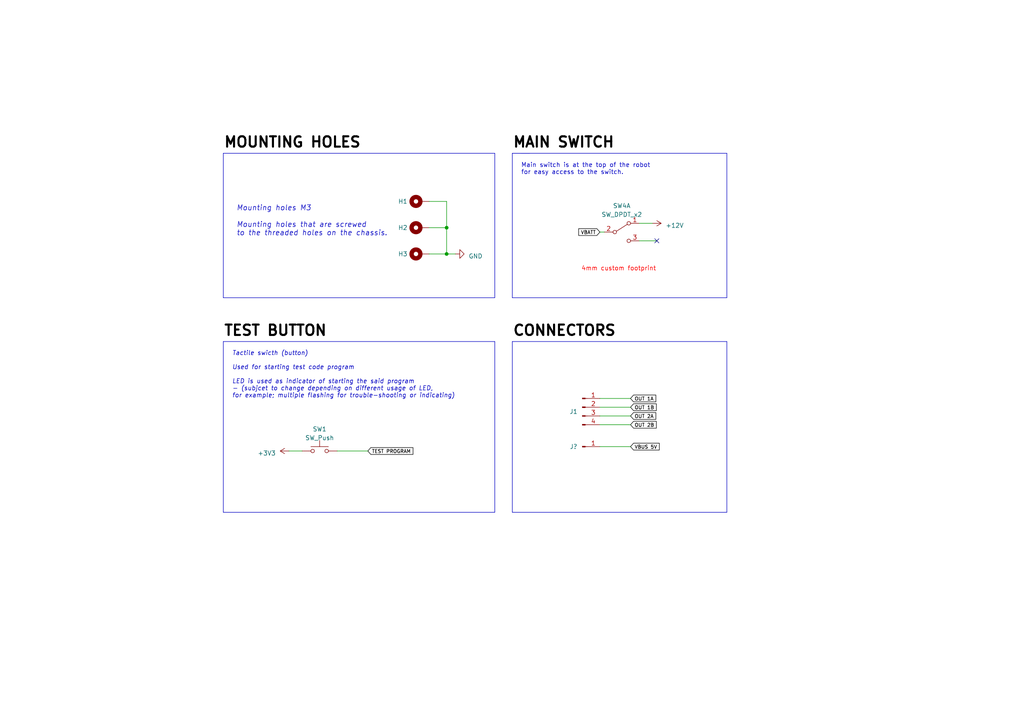
<source format=kicad_sch>
(kicad_sch (version 20230121) (generator eeschema)
  (paper "A4")
  (title_block (title "SUMEC SMD") (company "SPŠ NA PROSEKU"))
  (lib_symbols
    (symbol "Connector:Conn_01x01_Pin" (pin_names (offset 1.016) hide)
      (property "Reference" "J" (at 0 2.54 0))
      (property "Value" "Conn_01x01_Pin" (at 0 -2.54 0))
      (symbol "Conn_01x01_Pin_1_1"
        (polyline (pts (xy 1.27 0) (xy 0.8636 0)) (stroke (width 0.1524)))
        (rectangle (start 0.8636 0.127) (end 0 -0.127) (stroke (width 0.1524)) (fill (type outline)))
        (pin passive line (at 5.08 0 180) (length 3.81) (name "Pin_1") (number "1"))
      )
    )
    (symbol "Connector:Conn_01x04_Pin" (pin_names (offset 1.016) hide)
      (property "Reference" "J" (at 0 5.08 0))
      (property "Value" "Conn_01x04_Pin" (at 0 -7.62 0))
      (symbol "Conn_01x04_Pin_1_1"
        (polyline (pts (xy 1.27 -5.08) (xy 0.8636 -5.08)) (stroke (width 0.1524)))
        (polyline (pts (xy 1.27 -2.54) (xy 0.8636 -2.54)) (stroke (width 0.1524)))
        (polyline (pts (xy 1.27 0) (xy 0.8636 0)) (stroke (width 0.1524)))
        (polyline (pts (xy 1.27 2.54) (xy 0.8636 2.54)) (stroke (width 0.1524)))
        (rectangle (start 0.8636 -4.953) (end 0 -5.207) (stroke (width 0.1524)) (fill (type outline)))
        (rectangle (start 0.8636 -2.413) (end 0 -2.667) (stroke (width 0.1524)) (fill (type outline)))
        (rectangle (start 0.8636 0.127) (end 0 -0.127) (stroke (width 0.1524)) (fill (type outline)))
        (rectangle (start 0.8636 2.667) (end 0 2.413) (stroke (width 0.1524)) (fill (type outline)))
        (pin passive line (at 5.08 2.54 180) (length 3.81) (name "Pin_1") (number "1"))
        (pin passive line (at 5.08 0 180) (length 3.81) (name "Pin_2") (number "2"))
        (pin passive line (at 5.08 -2.54 180) (length 3.81) (name "Pin_3") (number "3"))
        (pin passive line (at 5.08 -5.08 180) (length 3.81) (name "Pin_4") (number "4"))
      )
    )
    (symbol "Mechanical:MountingHole_Pad" (pin_numbers hide) (pin_names (offset 1.016) hide)
      (property "Reference" "H" (at 0 6.35 0))
      (property "Value" "MountingHole_Pad" (at 0 4.445 0))
      (symbol "MountingHole_Pad_0_1"
        (circle (center 0 1.27) (radius 1.27) (stroke (width 1.27)))
      )
      (symbol "MountingHole_Pad_1_1"
        (pin input line (at 0 -2.54 90) (length 2.54) (name "1") (number "1"))
      )
    )
    (symbol "Switch:SW_DPDT_x2" (pin_names (offset 0) hide)
      (property "Reference" "SW" (at 0 4.318 0))
      (property "Value" "SW_DPDT_x2" (at 0 -5.08 0))
      (symbol "SW_DPDT_x2_0_0"
        (circle (center -2.032 0) (radius 0.508))
        (circle (center 2.032 -2.54) (radius 0.508))
      )
      (symbol "SW_DPDT_x2_0_1"
        (polyline (pts (xy -1.524 0.254) (xy 1.651 2.286)))
        (circle (center 2.032 2.54) (radius 0.508))
      )
      (symbol "SW_DPDT_x2_1_1"
        (pin passive line (at 5.08 2.54 180) (length 2.54) (name "A") (number "1"))
        (pin passive line (at -5.08 0 0) (length 2.54) (name "B") (number "2"))
        (pin passive line (at 5.08 -2.54 180) (length 2.54) (name "C") (number "3"))
      )
      (symbol "SW_DPDT_x2_2_1"
        (pin passive line (at 5.08 2.54 180) (length 2.54) (name "A") (number "4"))
        (pin passive line (at -5.08 0 0) (length 2.54) (name "B") (number "5"))
        (pin passive line (at 5.08 -2.54 180) (length 2.54) (name "C") (number "6"))
      )
    )
    (symbol "Switch:SW_Push" (pin_numbers hide) (pin_names (offset 1.016) hide)
      (property "Reference" "SW" (at 1.27 2.54 0))
      (property "Value" "SW_Push" (at 0 -1.524 0))
      (symbol "SW_Push_0_1"
        (circle (center -2.032 0) (radius 0.508))
        (polyline (pts (xy 0 1.27) (xy 0 3.048)))
        (polyline (pts (xy 2.54 1.27) (xy -2.54 1.27)))
        (circle (center 2.032 0) (radius 0.508))
        (pin passive line (at -5.08 0 0) (length 2.54) (name "1") (number "1"))
        (pin passive line (at 5.08 0 180) (length 2.54) (name "2") (number "2"))
      )
    )
    (symbol "power:+12V" (power) (pin_names (offset 0))
      (property "Value" "+12V" (at 0 3.556 0))
      (symbol "+12V_0_1"
        (polyline (pts (xy -0.762 1.27) (xy 0 2.54)))
        (polyline (pts (xy 0 0) (xy 0 2.54)))
        (polyline (pts (xy 0 2.54) (xy 0.762 1.27)))
      )
      (symbol "+12V_1_1"
        (pin power_in line (at 0 0 90) (length 0) hide (name "+12V") (number "1"))
      )
    )
    (symbol "power:+3V3" (power) (pin_names (offset 0))
      (property "Value" "+3V3" (at 0 3.556 0))
      (symbol "+3V3_0_1"
        (polyline (pts (xy -0.762 1.27) (xy 0 2.54)))
        (polyline (pts (xy 0 0) (xy 0 2.54)))
        (polyline (pts (xy 0 2.54) (xy 0.762 1.27)))
      )
      (symbol "+3V3_1_1"
        (pin power_in line (at 0 0 90) (length 0) hide (name "+3V3") (number "1"))
      )
    )
    (symbol "power:GND" (power) (pin_names (offset 0))
      (property "Value" "GND" (at 0 -3.81 0))
      (symbol "GND_0_1"
        (polyline (pts (xy 0 0) (xy 0 -1.27) (xy 1.27 -1.27) (xy 0 -2.54) (xy -1.27 -1.27) (xy 0 -1.27)))
      )
      (symbol "GND_1_1"
        (pin power_in line (at 0 0 270) (length 0) hide (name "GND") (number "1"))
      )
    )
  )
  (junction (at 129.54 73.66))
  (junction (at 129.54 66.04))
  (no_connect (at 190.5 69.85))
  (wire (pts (xy 173.99 120.65) (xy 182.88 120.65)))
  (wire (pts (xy 189.23 64.77) (xy 185.42 64.77)))
  (wire (pts (xy 173.99 115.57) (xy 182.88 115.57)))
  (polyline (pts (xy 64.77 99.06) (xy 143.51 99.06)))
  (wire (pts (xy 124.46 58.42) (xy 129.54 58.42)))
  (wire (pts (xy 173.99 118.11) (xy 182.88 118.11)))
  (polyline (pts (xy 210.82 86.36) (xy 148.59 86.36)))
  (polyline (pts (xy 148.59 148.59) (xy 148.59 99.06)))
  (polyline (pts (xy 143.51 44.45) (xy 143.51 86.36)))
  (polyline (pts (xy 148.59 86.36) (xy 148.59 44.45)))
  (polyline (pts (xy 64.77 86.36) (xy 64.77 44.45)))
  (wire (pts (xy 132.08 73.66) (xy 129.54 73.66)))
  (wire (pts (xy 83.82 130.81) (xy 87.63 130.81)))
  (wire (pts (xy 129.54 66.04) (xy 129.54 73.66)))
  (polyline (pts (xy 153.67 44.45) (xy 148.59 44.45)))
  (wire (pts (xy 97.79 130.81) (xy 106.68 130.81)))
  (wire (pts (xy 173.99 123.19) (xy 182.88 123.19)))
  (polyline (pts (xy 148.59 99.06) (xy 210.82 99.06)))
  (wire (pts (xy 173.99 67.31) (xy 175.26 67.31)))
  (polyline (pts (xy 148.59 44.45) (xy 153.67 44.45)))
  (wire (pts (xy 129.54 73.66) (xy 124.46 73.66)))
  (polyline (pts (xy 64.77 44.45) (xy 143.51 44.45)))
  (wire (pts (xy 182.88 129.54) (xy 173.99 129.54)))
  (polyline (pts (xy 210.82 99.06) (xy 210.82 148.59)))
  (polyline (pts (xy 210.82 44.45) (xy 210.82 86.36)))
  (polyline (pts (xy 143.51 99.06) (xy 143.51 148.59)))
  (wire (pts (xy 124.46 66.04) (xy 129.54 66.04)))
  (polyline (pts (xy 64.77 148.59) (xy 143.51 148.59)))
  (wire (pts (xy 129.54 58.42) (xy 129.54 66.04)))
  (wire (pts (xy 190.5 69.85) (xy 185.42 69.85)))
  (polyline (pts (xy 64.77 86.36) (xy 143.51 86.36)))
  (polyline (pts (xy 151.13 44.45) (xy 210.82 44.45)))
  (polyline (pts (xy 210.82 148.59) (xy 148.59 148.59)))
  (polyline (pts (xy 64.77 148.59) (xy 64.77 99.06)))
  (text "MOUNTING HOLES" (at 64.77 43.18 0) (effects (font (size 3 3) bold) (justify left bottom)))
  (text "Mounting holes M3 \n\nMounting holes that are screwed \nto the threaded holes on the chassis.\n" (at 68.58 68.58 0) (effects (font (size 1.5 1.5) italic) (justify left bottom)))
  (text "MAIN SWITCH" (at 148.59 43.18 0) (effects (font (size 3 3) bold) (justify left bottom)))
  (text "TEST BUTTON" (at 64.77 97.79 0) (effects (font (size 3 3) bold) (justify left bottom)))
  (text "Main switch is at the top of the robot \nfor easy access to the switch." (at 151.13 50.8 0) (effects (font (size 1.27 1.27)) (justify left bottom)))
  (text "CONNECTORS" (at 148.59 97.79 0) (effects (font (size 3 3) bold) (justify left bottom)))
  (text "Tactile swicth (button)\n\nUsed for starting test code program\n\nLED is used as indicator of starting the said program \n- (subjcet to change depending on different usage of LED, \nfor example; multiple flashing for trouble-shooting or indicating)" (at 67.31 115.57 0) (effects (font (size 1.27 1.27) italic) (justify left bottom)))
  (text " 4mm custom footprint" (at 167.64 78.74 0) (effects (font (size 1.27 1.27)) (justify left bottom)))
  (global_label "OUT 2B" (shape input) (at 182.88 123.19 0) (effects (font (size 1 1))) (property "Intersheetrefs" "${INTERSHEET_REFS}" (effects hide)))
  (global_label "VBUS 5V" (shape input) (at 182.88 129.54 0) (effects (font (size 1 1))) (property "Intersheetrefs" "${INTERSHEET_REFS}" (effects hide)))
  (global_label "OUT 1B" (shape input) (at 182.88 118.11 0) (effects (font (size 1 1))) (property "Intersheetrefs" "${INTERSHEET_REFS}" (effects hide)))
  (global_label "OUT 1A" (shape input) (at 182.88 115.57 0) (effects (font (size 1 1))) (property "Intersheetrefs" "${INTERSHEET_REFS}" (effects hide)))
  (global_label "OUT 2A" (shape input) (at 182.88 120.65 0) (effects (font (size 1 1))) (property "Intersheetrefs" "${INTERSHEET_REFS}" (effects hide)))
  (global_label "VBATT" (shape input) (at 173.99 67.31 180) (effects (font (size 1 1))) (property "Intersheetrefs" "${INTERSHEET_REFS}" (effects hide)))
  (global_label "TEST PROGRAM" (shape input) (at 106.68 130.81 0) (effects (font (size 1 1))) (property "Intersheetrefs" "${INTERSHEET_REFS}" (effects hide)))
  (symbol (lib_id "power:GND") (at 132.08 73.66 90) (unit 1)
    (property "Reference" "#PWR026" (effects hide))
    (property "Value" "GND" (at 135.89 74.295 90) (effects (justify right)))
  )
  (symbol (lib_id "Switch:SW_Push") (at 92.71 130.81 0) (unit 1)
    (property "Reference" "SW1" (at 92.71 124.46 0))
    (property "Value" "SW_Push" (at 92.71 127 0))
    (property "Footprint" "Button_Switch_SMD:SW_SPST_B3U-1000P" (effects hide))
  )
  (symbol (lib_id "power:+12V") (at 189.23 64.77 270) (unit 1)
    (property "Reference" "#PWR06" (effects hide))
    (property "Value" "+12V" (at 193.04 65.405 90) (effects (justify left)))
  )
  (symbol (lib_id "Connector:Conn_01x04_Pin") (at 168.91 118.11 0) (unit 1)
    (property "Reference" "J1" (at 166.37 119.38 0))
    (property "Value" "Conn_01x04_Pin" (effects hide))
    (property "Footprint" "Connector_JST:JST_XH_B4B-XH-A_1x04_P2.50mm_Vertical" (effects hide))
    (instances (project "sumec" (path "" (reference "J1") (unit 1)) (path "" (reference "J?") (unit 1))))
  )
  (symbol (lib_id "power:+3V3") (at 83.82 130.81 90) (unit 1)
    (property "Reference" "#PWR01" (effects hide))
    (property "Value" "+3V3" (at 80.01 131.445 90) (effects (justify left)))
  )
  (symbol (lib_id "Switch:SW_DPDT_x2") (at 180.34 67.31 0) (unit 1)
    (property "Reference" "SW4" (at 180.34 59.69 0))
    (property "Value" "SW_DPDT_x2" (at 180.34 62.23 0))
    (property "Footprint" "sumec-smdV2_library:Custom_SPDT_Switch" (effects hide))
  )
  (symbol (lib_id "Connector:Conn_01x01_Pin") (at 168.91 129.54 0) (unit 1)
    (property "Reference" "J?" (at 166.37 129.54 0))
    (property "Value" "Conn_01x01_Pin" (effects hide))
    (property "Footprint" "Connector_Wire:SolderWire-0.1sqmm_1x01_D0.4mm_OD1mm" (effects hide))
    (instances (project "sumec" (path "" (reference "J?") (unit 1)) (path "" (reference "J2") (unit 1))))
  )
  (symbol (lib_id "Mechanical:MountingHole_Pad") (at 121.92 58.42 90) (unit 1)
    (property "Reference" "H1" (at 116.84 58.42 90))
    (property "Value" "MountingHole_Pad" (effects hide))
    (property "Footprint" "MountingHole:MountingHole_3.2mm_M3_Pad" (effects hide))
  )
  (symbol (lib_id "Mechanical:MountingHole_Pad") (at 121.92 66.04 90) (unit 1)
    (property "Reference" "H2" (at 116.84 66.04 90))
    (property "Value" "MountingHole_Pad" (effects hide))
    (property "Footprint" "MountingHole:MountingHole_3.2mm_M3_Pad" (effects hide))
  )
  (symbol (lib_id "Mechanical:MountingHole_Pad") (at 121.92 73.66 90) (unit 1)
    (property "Reference" "H3" (at 116.84 73.66 90))
    (property "Value" "MountingHole_Pad" (effects hide))
    (property "Footprint" "MountingHole:MountingHole_3.2mm_M3_Pad" (effects hide))
  )
)
</source>
